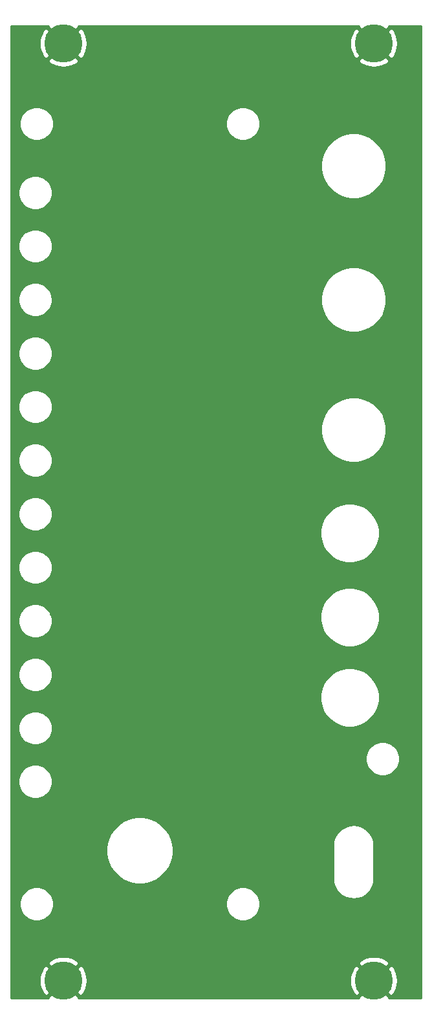
<source format=gbr>
G04 #@! TF.GenerationSoftware,KiCad,Pcbnew,(5.1.2)-1*
G04 #@! TF.CreationDate,2019-06-24T10:33:00-07:00*
G04 #@! TF.ProjectId,panel,70616e65-6c2e-46b6-9963-61645f706362,rev?*
G04 #@! TF.SameCoordinates,Original*
G04 #@! TF.FileFunction,Copper,L1,Top*
G04 #@! TF.FilePolarity,Positive*
%FSLAX46Y46*%
G04 Gerber Fmt 4.6, Leading zero omitted, Abs format (unit mm)*
G04 Created by KiCad (PCBNEW (5.1.2)-1) date 2019-06-24 10:33:00*
%MOMM*%
%LPD*%
G04 APERTURE LIST*
%ADD10C,5.000000*%
%ADD11C,0.254000*%
G04 APERTURE END LIST*
D10*
X108140000Y-63000000D03*
X108140000Y-185500000D03*
X67500000Y-185500000D03*
X67500000Y-63000000D03*
D11*
G36*
X65476457Y-60796852D02*
G01*
X67500000Y-62820395D01*
X69523543Y-60796852D01*
X69449638Y-60685000D01*
X106190362Y-60685000D01*
X106116457Y-60796852D01*
X108140000Y-62820395D01*
X110163543Y-60796852D01*
X110089638Y-60685000D01*
X114315001Y-60685000D01*
X114315000Y-187815000D01*
X110089638Y-187815000D01*
X110163543Y-187703148D01*
X108140000Y-185679605D01*
X106116457Y-187703148D01*
X106190362Y-187815000D01*
X69449638Y-187815000D01*
X69523543Y-187703148D01*
X67500000Y-185679605D01*
X65476457Y-187703148D01*
X65550362Y-187815000D01*
X60685000Y-187815000D01*
X60685000Y-185503328D01*
X64349832Y-185503328D01*
X64411010Y-186117831D01*
X64590897Y-186708592D01*
X64878882Y-187247373D01*
X65296852Y-187523543D01*
X67320395Y-185500000D01*
X67679605Y-185500000D01*
X69703148Y-187523543D01*
X70121118Y-187247373D01*
X70411649Y-186702443D01*
X70590287Y-186111304D01*
X70649519Y-185503328D01*
X104989832Y-185503328D01*
X105051010Y-186117831D01*
X105230897Y-186708592D01*
X105518882Y-187247373D01*
X105936852Y-187523543D01*
X107960395Y-185500000D01*
X108319605Y-185500000D01*
X110343148Y-187523543D01*
X110761118Y-187247373D01*
X111051649Y-186702443D01*
X111230287Y-186111304D01*
X111290168Y-185496672D01*
X111228990Y-184882169D01*
X111049103Y-184291408D01*
X110761118Y-183752627D01*
X110343148Y-183476457D01*
X108319605Y-185500000D01*
X107960395Y-185500000D01*
X105936852Y-183476457D01*
X105518882Y-183752627D01*
X105228351Y-184297557D01*
X105049713Y-184888696D01*
X104989832Y-185503328D01*
X70649519Y-185503328D01*
X70650168Y-185496672D01*
X70588990Y-184882169D01*
X70409103Y-184291408D01*
X70121118Y-183752627D01*
X69703148Y-183476457D01*
X67679605Y-185500000D01*
X67320395Y-185500000D01*
X65296852Y-183476457D01*
X64878882Y-183752627D01*
X64588351Y-184297557D01*
X64409713Y-184888696D01*
X64349832Y-185503328D01*
X60685000Y-185503328D01*
X60685000Y-183296852D01*
X65476457Y-183296852D01*
X67500000Y-185320395D01*
X69523543Y-183296852D01*
X106116457Y-183296852D01*
X108140000Y-185320395D01*
X110163543Y-183296852D01*
X109887373Y-182878882D01*
X109342443Y-182588351D01*
X108751304Y-182409713D01*
X108136672Y-182349832D01*
X107522169Y-182411010D01*
X106931408Y-182590897D01*
X106392627Y-182878882D01*
X106116457Y-183296852D01*
X69523543Y-183296852D01*
X69247373Y-182878882D01*
X68702443Y-182588351D01*
X68111304Y-182409713D01*
X67496672Y-182349832D01*
X66882169Y-182411010D01*
X66291408Y-182590897D01*
X65752627Y-182878882D01*
X65476457Y-183296852D01*
X60685000Y-183296852D01*
X60685000Y-175279872D01*
X61765000Y-175279872D01*
X61765000Y-175720128D01*
X61850890Y-176151925D01*
X62019369Y-176558669D01*
X62263962Y-176924729D01*
X62575271Y-177236038D01*
X62941331Y-177480631D01*
X63348075Y-177649110D01*
X63779872Y-177735000D01*
X64220128Y-177735000D01*
X64651925Y-177649110D01*
X65058669Y-177480631D01*
X65424729Y-177236038D01*
X65736038Y-176924729D01*
X65980631Y-176558669D01*
X66149110Y-176151925D01*
X66235000Y-175720128D01*
X66235000Y-175279872D01*
X88765000Y-175279872D01*
X88765000Y-175720128D01*
X88850890Y-176151925D01*
X89019369Y-176558669D01*
X89263962Y-176924729D01*
X89575271Y-177236038D01*
X89941331Y-177480631D01*
X90348075Y-177649110D01*
X90779872Y-177735000D01*
X91220128Y-177735000D01*
X91651925Y-177649110D01*
X92058669Y-177480631D01*
X92424729Y-177236038D01*
X92736038Y-176924729D01*
X92980631Y-176558669D01*
X93149110Y-176151925D01*
X93235000Y-175720128D01*
X93235000Y-175279872D01*
X93149110Y-174848075D01*
X92980631Y-174441331D01*
X92736038Y-174075271D01*
X92424729Y-173763962D01*
X92058669Y-173519369D01*
X91651925Y-173350890D01*
X91220128Y-173265000D01*
X90779872Y-173265000D01*
X90348075Y-173350890D01*
X89941331Y-173519369D01*
X89575271Y-173763962D01*
X89263962Y-174075271D01*
X89019369Y-174441331D01*
X88850890Y-174848075D01*
X88765000Y-175279872D01*
X66235000Y-175279872D01*
X66149110Y-174848075D01*
X65980631Y-174441331D01*
X65736038Y-174075271D01*
X65424729Y-173763962D01*
X65058669Y-173519369D01*
X64651925Y-173350890D01*
X64220128Y-173265000D01*
X63779872Y-173265000D01*
X63348075Y-173350890D01*
X62941331Y-173519369D01*
X62575271Y-173763962D01*
X62263962Y-174075271D01*
X62019369Y-174441331D01*
X61850890Y-174848075D01*
X61765000Y-175279872D01*
X60685000Y-175279872D01*
X60685000Y-168068115D01*
X73115000Y-168068115D01*
X73115000Y-168931885D01*
X73283513Y-169779057D01*
X73614064Y-170577076D01*
X74093948Y-171295274D01*
X74704726Y-171906052D01*
X75422924Y-172385936D01*
X76220943Y-172716487D01*
X77068115Y-172885000D01*
X77931885Y-172885000D01*
X78779057Y-172716487D01*
X79577076Y-172385936D01*
X80295274Y-171906052D01*
X80906052Y-171295274D01*
X81385936Y-170577076D01*
X81716487Y-169779057D01*
X81885000Y-168931885D01*
X81885000Y-168068115D01*
X81815378Y-167718101D01*
X102815000Y-167718101D01*
X102815001Y-172281900D01*
X102853851Y-172676352D01*
X103007382Y-173182476D01*
X103256703Y-173648923D01*
X103592233Y-174057768D01*
X104001078Y-174393298D01*
X104467525Y-174642619D01*
X104973649Y-174796150D01*
X105500000Y-174847991D01*
X106026352Y-174796150D01*
X106532476Y-174642619D01*
X106998923Y-174393298D01*
X107407768Y-174057768D01*
X107743298Y-173648923D01*
X107992619Y-173182476D01*
X108146150Y-172676352D01*
X108185000Y-172281900D01*
X108185000Y-167718100D01*
X108146150Y-167323648D01*
X107992619Y-166817524D01*
X107743298Y-166351077D01*
X107407767Y-165942232D01*
X106998922Y-165606702D01*
X106532475Y-165357381D01*
X106026351Y-165203850D01*
X105500000Y-165152009D01*
X104973648Y-165203850D01*
X104467524Y-165357381D01*
X104001077Y-165606702D01*
X103592232Y-165942233D01*
X103256702Y-166351078D01*
X103007381Y-166817525D01*
X102853850Y-167323649D01*
X102815000Y-167718101D01*
X81815378Y-167718101D01*
X81716487Y-167220943D01*
X81385936Y-166422924D01*
X80906052Y-165704726D01*
X80295274Y-165093948D01*
X79577076Y-164614064D01*
X78779057Y-164283513D01*
X77931885Y-164115000D01*
X77068115Y-164115000D01*
X76220943Y-164283513D01*
X75422924Y-164614064D01*
X74704726Y-165093948D01*
X74093948Y-165704726D01*
X73614064Y-166422924D01*
X73283513Y-167220943D01*
X73115000Y-168068115D01*
X60685000Y-168068115D01*
X60685000Y-159279872D01*
X61565000Y-159279872D01*
X61565000Y-159720128D01*
X61650890Y-160151925D01*
X61819369Y-160558669D01*
X62063962Y-160924729D01*
X62375271Y-161236038D01*
X62741331Y-161480631D01*
X63148075Y-161649110D01*
X63579872Y-161735000D01*
X64020128Y-161735000D01*
X64451925Y-161649110D01*
X64858669Y-161480631D01*
X65224729Y-161236038D01*
X65536038Y-160924729D01*
X65780631Y-160558669D01*
X65949110Y-160151925D01*
X66035000Y-159720128D01*
X66035000Y-159279872D01*
X65949110Y-158848075D01*
X65780631Y-158441331D01*
X65536038Y-158075271D01*
X65224729Y-157763962D01*
X64858669Y-157519369D01*
X64451925Y-157350890D01*
X64020128Y-157265000D01*
X63579872Y-157265000D01*
X63148075Y-157350890D01*
X62741331Y-157519369D01*
X62375271Y-157763962D01*
X62063962Y-158075271D01*
X61819369Y-158441331D01*
X61650890Y-158848075D01*
X61565000Y-159279872D01*
X60685000Y-159279872D01*
X60685000Y-156279872D01*
X107065000Y-156279872D01*
X107065000Y-156720128D01*
X107150890Y-157151925D01*
X107319369Y-157558669D01*
X107563962Y-157924729D01*
X107875271Y-158236038D01*
X108241331Y-158480631D01*
X108648075Y-158649110D01*
X109079872Y-158735000D01*
X109520128Y-158735000D01*
X109951925Y-158649110D01*
X110358669Y-158480631D01*
X110724729Y-158236038D01*
X111036038Y-157924729D01*
X111280631Y-157558669D01*
X111449110Y-157151925D01*
X111535000Y-156720128D01*
X111535000Y-156279872D01*
X111449110Y-155848075D01*
X111280631Y-155441331D01*
X111036038Y-155075271D01*
X110724729Y-154763962D01*
X110358669Y-154519369D01*
X109951925Y-154350890D01*
X109520128Y-154265000D01*
X109079872Y-154265000D01*
X108648075Y-154350890D01*
X108241331Y-154519369D01*
X107875271Y-154763962D01*
X107563962Y-155075271D01*
X107319369Y-155441331D01*
X107150890Y-155848075D01*
X107065000Y-156279872D01*
X60685000Y-156279872D01*
X60685000Y-152279872D01*
X61565000Y-152279872D01*
X61565000Y-152720128D01*
X61650890Y-153151925D01*
X61819369Y-153558669D01*
X62063962Y-153924729D01*
X62375271Y-154236038D01*
X62741331Y-154480631D01*
X63148075Y-154649110D01*
X63579872Y-154735000D01*
X64020128Y-154735000D01*
X64451925Y-154649110D01*
X64858669Y-154480631D01*
X65224729Y-154236038D01*
X65536038Y-153924729D01*
X65780631Y-153558669D01*
X65949110Y-153151925D01*
X66035000Y-152720128D01*
X66035000Y-152279872D01*
X65949110Y-151848075D01*
X65780631Y-151441331D01*
X65536038Y-151075271D01*
X65224729Y-150763962D01*
X64858669Y-150519369D01*
X64451925Y-150350890D01*
X64020128Y-150265000D01*
X63579872Y-150265000D01*
X63148075Y-150350890D01*
X62741331Y-150519369D01*
X62375271Y-150763962D01*
X62063962Y-151075271D01*
X61819369Y-151441331D01*
X61650890Y-151848075D01*
X61565000Y-152279872D01*
X60685000Y-152279872D01*
X60685000Y-148117361D01*
X101115000Y-148117361D01*
X101115000Y-148882639D01*
X101264298Y-149633213D01*
X101557158Y-150340238D01*
X101982323Y-150976543D01*
X102523457Y-151517677D01*
X103159762Y-151942842D01*
X103866787Y-152235702D01*
X104617361Y-152385000D01*
X105382639Y-152385000D01*
X106133213Y-152235702D01*
X106840238Y-151942842D01*
X107476543Y-151517677D01*
X108017677Y-150976543D01*
X108442842Y-150340238D01*
X108735702Y-149633213D01*
X108885000Y-148882639D01*
X108885000Y-148117361D01*
X108735702Y-147366787D01*
X108442842Y-146659762D01*
X108017677Y-146023457D01*
X107476543Y-145482323D01*
X106840238Y-145057158D01*
X106133213Y-144764298D01*
X105382639Y-144615000D01*
X104617361Y-144615000D01*
X103866787Y-144764298D01*
X103159762Y-145057158D01*
X102523457Y-145482323D01*
X101982323Y-146023457D01*
X101557158Y-146659762D01*
X101264298Y-147366787D01*
X101115000Y-148117361D01*
X60685000Y-148117361D01*
X60685000Y-145279872D01*
X61565000Y-145279872D01*
X61565000Y-145720128D01*
X61650890Y-146151925D01*
X61819369Y-146558669D01*
X62063962Y-146924729D01*
X62375271Y-147236038D01*
X62741331Y-147480631D01*
X63148075Y-147649110D01*
X63579872Y-147735000D01*
X64020128Y-147735000D01*
X64451925Y-147649110D01*
X64858669Y-147480631D01*
X65224729Y-147236038D01*
X65536038Y-146924729D01*
X65780631Y-146558669D01*
X65949110Y-146151925D01*
X66035000Y-145720128D01*
X66035000Y-145279872D01*
X65949110Y-144848075D01*
X65780631Y-144441331D01*
X65536038Y-144075271D01*
X65224729Y-143763962D01*
X64858669Y-143519369D01*
X64451925Y-143350890D01*
X64020128Y-143265000D01*
X63579872Y-143265000D01*
X63148075Y-143350890D01*
X62741331Y-143519369D01*
X62375271Y-143763962D01*
X62063962Y-144075271D01*
X61819369Y-144441331D01*
X61650890Y-144848075D01*
X61565000Y-145279872D01*
X60685000Y-145279872D01*
X60685000Y-138279872D01*
X61565000Y-138279872D01*
X61565000Y-138720128D01*
X61650890Y-139151925D01*
X61819369Y-139558669D01*
X62063962Y-139924729D01*
X62375271Y-140236038D01*
X62741331Y-140480631D01*
X63148075Y-140649110D01*
X63579872Y-140735000D01*
X64020128Y-140735000D01*
X64451925Y-140649110D01*
X64858669Y-140480631D01*
X65224729Y-140236038D01*
X65536038Y-139924729D01*
X65780631Y-139558669D01*
X65949110Y-139151925D01*
X66035000Y-138720128D01*
X66035000Y-138279872D01*
X65949110Y-137848075D01*
X65853546Y-137617361D01*
X101115000Y-137617361D01*
X101115000Y-138382639D01*
X101264298Y-139133213D01*
X101557158Y-139840238D01*
X101982323Y-140476543D01*
X102523457Y-141017677D01*
X103159762Y-141442842D01*
X103866787Y-141735702D01*
X104617361Y-141885000D01*
X105382639Y-141885000D01*
X106133213Y-141735702D01*
X106840238Y-141442842D01*
X107476543Y-141017677D01*
X108017677Y-140476543D01*
X108442842Y-139840238D01*
X108735702Y-139133213D01*
X108885000Y-138382639D01*
X108885000Y-137617361D01*
X108735702Y-136866787D01*
X108442842Y-136159762D01*
X108017677Y-135523457D01*
X107476543Y-134982323D01*
X106840238Y-134557158D01*
X106133213Y-134264298D01*
X105382639Y-134115000D01*
X104617361Y-134115000D01*
X103866787Y-134264298D01*
X103159762Y-134557158D01*
X102523457Y-134982323D01*
X101982323Y-135523457D01*
X101557158Y-136159762D01*
X101264298Y-136866787D01*
X101115000Y-137617361D01*
X65853546Y-137617361D01*
X65780631Y-137441331D01*
X65536038Y-137075271D01*
X65224729Y-136763962D01*
X64858669Y-136519369D01*
X64451925Y-136350890D01*
X64020128Y-136265000D01*
X63579872Y-136265000D01*
X63148075Y-136350890D01*
X62741331Y-136519369D01*
X62375271Y-136763962D01*
X62063962Y-137075271D01*
X61819369Y-137441331D01*
X61650890Y-137848075D01*
X61565000Y-138279872D01*
X60685000Y-138279872D01*
X60685000Y-131279872D01*
X61565000Y-131279872D01*
X61565000Y-131720128D01*
X61650890Y-132151925D01*
X61819369Y-132558669D01*
X62063962Y-132924729D01*
X62375271Y-133236038D01*
X62741331Y-133480631D01*
X63148075Y-133649110D01*
X63579872Y-133735000D01*
X64020128Y-133735000D01*
X64451925Y-133649110D01*
X64858669Y-133480631D01*
X65224729Y-133236038D01*
X65536038Y-132924729D01*
X65780631Y-132558669D01*
X65949110Y-132151925D01*
X66035000Y-131720128D01*
X66035000Y-131279872D01*
X65949110Y-130848075D01*
X65780631Y-130441331D01*
X65536038Y-130075271D01*
X65224729Y-129763962D01*
X64858669Y-129519369D01*
X64451925Y-129350890D01*
X64020128Y-129265000D01*
X63579872Y-129265000D01*
X63148075Y-129350890D01*
X62741331Y-129519369D01*
X62375271Y-129763962D01*
X62063962Y-130075271D01*
X61819369Y-130441331D01*
X61650890Y-130848075D01*
X61565000Y-131279872D01*
X60685000Y-131279872D01*
X60685000Y-124279872D01*
X61565000Y-124279872D01*
X61565000Y-124720128D01*
X61650890Y-125151925D01*
X61819369Y-125558669D01*
X62063962Y-125924729D01*
X62375271Y-126236038D01*
X62741331Y-126480631D01*
X63148075Y-126649110D01*
X63579872Y-126735000D01*
X64020128Y-126735000D01*
X64451925Y-126649110D01*
X64528573Y-126617361D01*
X101115000Y-126617361D01*
X101115000Y-127382639D01*
X101264298Y-128133213D01*
X101557158Y-128840238D01*
X101982323Y-129476543D01*
X102523457Y-130017677D01*
X103159762Y-130442842D01*
X103866787Y-130735702D01*
X104617361Y-130885000D01*
X105382639Y-130885000D01*
X106133213Y-130735702D01*
X106840238Y-130442842D01*
X107476543Y-130017677D01*
X108017677Y-129476543D01*
X108442842Y-128840238D01*
X108735702Y-128133213D01*
X108885000Y-127382639D01*
X108885000Y-126617361D01*
X108735702Y-125866787D01*
X108442842Y-125159762D01*
X108017677Y-124523457D01*
X107476543Y-123982323D01*
X106840238Y-123557158D01*
X106133213Y-123264298D01*
X105382639Y-123115000D01*
X104617361Y-123115000D01*
X103866787Y-123264298D01*
X103159762Y-123557158D01*
X102523457Y-123982323D01*
X101982323Y-124523457D01*
X101557158Y-125159762D01*
X101264298Y-125866787D01*
X101115000Y-126617361D01*
X64528573Y-126617361D01*
X64858669Y-126480631D01*
X65224729Y-126236038D01*
X65536038Y-125924729D01*
X65780631Y-125558669D01*
X65949110Y-125151925D01*
X66035000Y-124720128D01*
X66035000Y-124279872D01*
X65949110Y-123848075D01*
X65780631Y-123441331D01*
X65536038Y-123075271D01*
X65224729Y-122763962D01*
X64858669Y-122519369D01*
X64451925Y-122350890D01*
X64020128Y-122265000D01*
X63579872Y-122265000D01*
X63148075Y-122350890D01*
X62741331Y-122519369D01*
X62375271Y-122763962D01*
X62063962Y-123075271D01*
X61819369Y-123441331D01*
X61650890Y-123848075D01*
X61565000Y-124279872D01*
X60685000Y-124279872D01*
X60685000Y-117279872D01*
X61565000Y-117279872D01*
X61565000Y-117720128D01*
X61650890Y-118151925D01*
X61819369Y-118558669D01*
X62063962Y-118924729D01*
X62375271Y-119236038D01*
X62741331Y-119480631D01*
X63148075Y-119649110D01*
X63579872Y-119735000D01*
X64020128Y-119735000D01*
X64451925Y-119649110D01*
X64858669Y-119480631D01*
X65224729Y-119236038D01*
X65536038Y-118924729D01*
X65780631Y-118558669D01*
X65949110Y-118151925D01*
X66035000Y-117720128D01*
X66035000Y-117279872D01*
X65949110Y-116848075D01*
X65780631Y-116441331D01*
X65536038Y-116075271D01*
X65224729Y-115763962D01*
X64858669Y-115519369D01*
X64451925Y-115350890D01*
X64020128Y-115265000D01*
X63579872Y-115265000D01*
X63148075Y-115350890D01*
X62741331Y-115519369D01*
X62375271Y-115763962D01*
X62063962Y-116075271D01*
X61819369Y-116441331D01*
X61650890Y-116848075D01*
X61565000Y-117279872D01*
X60685000Y-117279872D01*
X60685000Y-113077964D01*
X101215000Y-113077964D01*
X101215000Y-113922036D01*
X101379670Y-114749888D01*
X101702683Y-115529708D01*
X102171623Y-116231528D01*
X102768472Y-116828377D01*
X103470292Y-117297317D01*
X104250112Y-117620330D01*
X105077964Y-117785000D01*
X105922036Y-117785000D01*
X106749888Y-117620330D01*
X107529708Y-117297317D01*
X108231528Y-116828377D01*
X108828377Y-116231528D01*
X109297317Y-115529708D01*
X109620330Y-114749888D01*
X109785000Y-113922036D01*
X109785000Y-113077964D01*
X109620330Y-112250112D01*
X109297317Y-111470292D01*
X108828377Y-110768472D01*
X108231528Y-110171623D01*
X107529708Y-109702683D01*
X106749888Y-109379670D01*
X105922036Y-109215000D01*
X105077964Y-109215000D01*
X104250112Y-109379670D01*
X103470292Y-109702683D01*
X102768472Y-110171623D01*
X102171623Y-110768472D01*
X101702683Y-111470292D01*
X101379670Y-112250112D01*
X101215000Y-113077964D01*
X60685000Y-113077964D01*
X60685000Y-110279872D01*
X61565000Y-110279872D01*
X61565000Y-110720128D01*
X61650890Y-111151925D01*
X61819369Y-111558669D01*
X62063962Y-111924729D01*
X62375271Y-112236038D01*
X62741331Y-112480631D01*
X63148075Y-112649110D01*
X63579872Y-112735000D01*
X64020128Y-112735000D01*
X64451925Y-112649110D01*
X64858669Y-112480631D01*
X65224729Y-112236038D01*
X65536038Y-111924729D01*
X65780631Y-111558669D01*
X65949110Y-111151925D01*
X66035000Y-110720128D01*
X66035000Y-110279872D01*
X65949110Y-109848075D01*
X65780631Y-109441331D01*
X65536038Y-109075271D01*
X65224729Y-108763962D01*
X64858669Y-108519369D01*
X64451925Y-108350890D01*
X64020128Y-108265000D01*
X63579872Y-108265000D01*
X63148075Y-108350890D01*
X62741331Y-108519369D01*
X62375271Y-108763962D01*
X62063962Y-109075271D01*
X61819369Y-109441331D01*
X61650890Y-109848075D01*
X61565000Y-110279872D01*
X60685000Y-110279872D01*
X60685000Y-103279872D01*
X61565000Y-103279872D01*
X61565000Y-103720128D01*
X61650890Y-104151925D01*
X61819369Y-104558669D01*
X62063962Y-104924729D01*
X62375271Y-105236038D01*
X62741331Y-105480631D01*
X63148075Y-105649110D01*
X63579872Y-105735000D01*
X64020128Y-105735000D01*
X64451925Y-105649110D01*
X64858669Y-105480631D01*
X65224729Y-105236038D01*
X65536038Y-104924729D01*
X65780631Y-104558669D01*
X65949110Y-104151925D01*
X66035000Y-103720128D01*
X66035000Y-103279872D01*
X65949110Y-102848075D01*
X65780631Y-102441331D01*
X65536038Y-102075271D01*
X65224729Y-101763962D01*
X64858669Y-101519369D01*
X64451925Y-101350890D01*
X64020128Y-101265000D01*
X63579872Y-101265000D01*
X63148075Y-101350890D01*
X62741331Y-101519369D01*
X62375271Y-101763962D01*
X62063962Y-102075271D01*
X61819369Y-102441331D01*
X61650890Y-102848075D01*
X61565000Y-103279872D01*
X60685000Y-103279872D01*
X60685000Y-96279872D01*
X61565000Y-96279872D01*
X61565000Y-96720128D01*
X61650890Y-97151925D01*
X61819369Y-97558669D01*
X62063962Y-97924729D01*
X62375271Y-98236038D01*
X62741331Y-98480631D01*
X63148075Y-98649110D01*
X63579872Y-98735000D01*
X64020128Y-98735000D01*
X64451925Y-98649110D01*
X64858669Y-98480631D01*
X65224729Y-98236038D01*
X65536038Y-97924729D01*
X65780631Y-97558669D01*
X65949110Y-97151925D01*
X66035000Y-96720128D01*
X66035000Y-96279872D01*
X65994838Y-96077964D01*
X101215000Y-96077964D01*
X101215000Y-96922036D01*
X101379670Y-97749888D01*
X101702683Y-98529708D01*
X102171623Y-99231528D01*
X102768472Y-99828377D01*
X103470292Y-100297317D01*
X104250112Y-100620330D01*
X105077964Y-100785000D01*
X105922036Y-100785000D01*
X106749888Y-100620330D01*
X107529708Y-100297317D01*
X108231528Y-99828377D01*
X108828377Y-99231528D01*
X109297317Y-98529708D01*
X109620330Y-97749888D01*
X109785000Y-96922036D01*
X109785000Y-96077964D01*
X109620330Y-95250112D01*
X109297317Y-94470292D01*
X108828377Y-93768472D01*
X108231528Y-93171623D01*
X107529708Y-92702683D01*
X106749888Y-92379670D01*
X105922036Y-92215000D01*
X105077964Y-92215000D01*
X104250112Y-92379670D01*
X103470292Y-92702683D01*
X102768472Y-93171623D01*
X102171623Y-93768472D01*
X101702683Y-94470292D01*
X101379670Y-95250112D01*
X101215000Y-96077964D01*
X65994838Y-96077964D01*
X65949110Y-95848075D01*
X65780631Y-95441331D01*
X65536038Y-95075271D01*
X65224729Y-94763962D01*
X64858669Y-94519369D01*
X64451925Y-94350890D01*
X64020128Y-94265000D01*
X63579872Y-94265000D01*
X63148075Y-94350890D01*
X62741331Y-94519369D01*
X62375271Y-94763962D01*
X62063962Y-95075271D01*
X61819369Y-95441331D01*
X61650890Y-95848075D01*
X61565000Y-96279872D01*
X60685000Y-96279872D01*
X60685000Y-89279872D01*
X61565000Y-89279872D01*
X61565000Y-89720128D01*
X61650890Y-90151925D01*
X61819369Y-90558669D01*
X62063962Y-90924729D01*
X62375271Y-91236038D01*
X62741331Y-91480631D01*
X63148075Y-91649110D01*
X63579872Y-91735000D01*
X64020128Y-91735000D01*
X64451925Y-91649110D01*
X64858669Y-91480631D01*
X65224729Y-91236038D01*
X65536038Y-90924729D01*
X65780631Y-90558669D01*
X65949110Y-90151925D01*
X66035000Y-89720128D01*
X66035000Y-89279872D01*
X65949110Y-88848075D01*
X65780631Y-88441331D01*
X65536038Y-88075271D01*
X65224729Y-87763962D01*
X64858669Y-87519369D01*
X64451925Y-87350890D01*
X64020128Y-87265000D01*
X63579872Y-87265000D01*
X63148075Y-87350890D01*
X62741331Y-87519369D01*
X62375271Y-87763962D01*
X62063962Y-88075271D01*
X61819369Y-88441331D01*
X61650890Y-88848075D01*
X61565000Y-89279872D01*
X60685000Y-89279872D01*
X60685000Y-82279872D01*
X61565000Y-82279872D01*
X61565000Y-82720128D01*
X61650890Y-83151925D01*
X61819369Y-83558669D01*
X62063962Y-83924729D01*
X62375271Y-84236038D01*
X62741331Y-84480631D01*
X63148075Y-84649110D01*
X63579872Y-84735000D01*
X64020128Y-84735000D01*
X64451925Y-84649110D01*
X64858669Y-84480631D01*
X65224729Y-84236038D01*
X65536038Y-83924729D01*
X65780631Y-83558669D01*
X65949110Y-83151925D01*
X66035000Y-82720128D01*
X66035000Y-82279872D01*
X65949110Y-81848075D01*
X65780631Y-81441331D01*
X65536038Y-81075271D01*
X65224729Y-80763962D01*
X64858669Y-80519369D01*
X64451925Y-80350890D01*
X64020128Y-80265000D01*
X63579872Y-80265000D01*
X63148075Y-80350890D01*
X62741331Y-80519369D01*
X62375271Y-80763962D01*
X62063962Y-81075271D01*
X61819369Y-81441331D01*
X61650890Y-81848075D01*
X61565000Y-82279872D01*
X60685000Y-82279872D01*
X60685000Y-78577964D01*
X101215000Y-78577964D01*
X101215000Y-79422036D01*
X101379670Y-80249888D01*
X101702683Y-81029708D01*
X102171623Y-81731528D01*
X102768472Y-82328377D01*
X103470292Y-82797317D01*
X104250112Y-83120330D01*
X105077964Y-83285000D01*
X105922036Y-83285000D01*
X106749888Y-83120330D01*
X107529708Y-82797317D01*
X108231528Y-82328377D01*
X108828377Y-81731528D01*
X109297317Y-81029708D01*
X109620330Y-80249888D01*
X109785000Y-79422036D01*
X109785000Y-78577964D01*
X109620330Y-77750112D01*
X109297317Y-76970292D01*
X108828377Y-76268472D01*
X108231528Y-75671623D01*
X107529708Y-75202683D01*
X106749888Y-74879670D01*
X105922036Y-74715000D01*
X105077964Y-74715000D01*
X104250112Y-74879670D01*
X103470292Y-75202683D01*
X102768472Y-75671623D01*
X102171623Y-76268472D01*
X101702683Y-76970292D01*
X101379670Y-77750112D01*
X101215000Y-78577964D01*
X60685000Y-78577964D01*
X60685000Y-73279872D01*
X61765000Y-73279872D01*
X61765000Y-73720128D01*
X61850890Y-74151925D01*
X62019369Y-74558669D01*
X62263962Y-74924729D01*
X62575271Y-75236038D01*
X62941331Y-75480631D01*
X63348075Y-75649110D01*
X63779872Y-75735000D01*
X64220128Y-75735000D01*
X64651925Y-75649110D01*
X65058669Y-75480631D01*
X65424729Y-75236038D01*
X65736038Y-74924729D01*
X65980631Y-74558669D01*
X66149110Y-74151925D01*
X66235000Y-73720128D01*
X66235000Y-73279872D01*
X88765000Y-73279872D01*
X88765000Y-73720128D01*
X88850890Y-74151925D01*
X89019369Y-74558669D01*
X89263962Y-74924729D01*
X89575271Y-75236038D01*
X89941331Y-75480631D01*
X90348075Y-75649110D01*
X90779872Y-75735000D01*
X91220128Y-75735000D01*
X91651925Y-75649110D01*
X92058669Y-75480631D01*
X92424729Y-75236038D01*
X92736038Y-74924729D01*
X92980631Y-74558669D01*
X93149110Y-74151925D01*
X93235000Y-73720128D01*
X93235000Y-73279872D01*
X93149110Y-72848075D01*
X92980631Y-72441331D01*
X92736038Y-72075271D01*
X92424729Y-71763962D01*
X92058669Y-71519369D01*
X91651925Y-71350890D01*
X91220128Y-71265000D01*
X90779872Y-71265000D01*
X90348075Y-71350890D01*
X89941331Y-71519369D01*
X89575271Y-71763962D01*
X89263962Y-72075271D01*
X89019369Y-72441331D01*
X88850890Y-72848075D01*
X88765000Y-73279872D01*
X66235000Y-73279872D01*
X66149110Y-72848075D01*
X65980631Y-72441331D01*
X65736038Y-72075271D01*
X65424729Y-71763962D01*
X65058669Y-71519369D01*
X64651925Y-71350890D01*
X64220128Y-71265000D01*
X63779872Y-71265000D01*
X63348075Y-71350890D01*
X62941331Y-71519369D01*
X62575271Y-71763962D01*
X62263962Y-72075271D01*
X62019369Y-72441331D01*
X61850890Y-72848075D01*
X61765000Y-73279872D01*
X60685000Y-73279872D01*
X60685000Y-65203148D01*
X65476457Y-65203148D01*
X65752627Y-65621118D01*
X66297557Y-65911649D01*
X66888696Y-66090287D01*
X67503328Y-66150168D01*
X68117831Y-66088990D01*
X68708592Y-65909103D01*
X69247373Y-65621118D01*
X69523543Y-65203148D01*
X106116457Y-65203148D01*
X106392627Y-65621118D01*
X106937557Y-65911649D01*
X107528696Y-66090287D01*
X108143328Y-66150168D01*
X108757831Y-66088990D01*
X109348592Y-65909103D01*
X109887373Y-65621118D01*
X110163543Y-65203148D01*
X108140000Y-63179605D01*
X106116457Y-65203148D01*
X69523543Y-65203148D01*
X67500000Y-63179605D01*
X65476457Y-65203148D01*
X60685000Y-65203148D01*
X60685000Y-63003328D01*
X64349832Y-63003328D01*
X64411010Y-63617831D01*
X64590897Y-64208592D01*
X64878882Y-64747373D01*
X65296852Y-65023543D01*
X67320395Y-63000000D01*
X67679605Y-63000000D01*
X69703148Y-65023543D01*
X70121118Y-64747373D01*
X70411649Y-64202443D01*
X70590287Y-63611304D01*
X70649519Y-63003328D01*
X104989832Y-63003328D01*
X105051010Y-63617831D01*
X105230897Y-64208592D01*
X105518882Y-64747373D01*
X105936852Y-65023543D01*
X107960395Y-63000000D01*
X108319605Y-63000000D01*
X110343148Y-65023543D01*
X110761118Y-64747373D01*
X111051649Y-64202443D01*
X111230287Y-63611304D01*
X111290168Y-62996672D01*
X111228990Y-62382169D01*
X111049103Y-61791408D01*
X110761118Y-61252627D01*
X110343148Y-60976457D01*
X108319605Y-63000000D01*
X107960395Y-63000000D01*
X105936852Y-60976457D01*
X105518882Y-61252627D01*
X105228351Y-61797557D01*
X105049713Y-62388696D01*
X104989832Y-63003328D01*
X70649519Y-63003328D01*
X70650168Y-62996672D01*
X70588990Y-62382169D01*
X70409103Y-61791408D01*
X70121118Y-61252627D01*
X69703148Y-60976457D01*
X67679605Y-63000000D01*
X67320395Y-63000000D01*
X65296852Y-60976457D01*
X64878882Y-61252627D01*
X64588351Y-61797557D01*
X64409713Y-62388696D01*
X64349832Y-63003328D01*
X60685000Y-63003328D01*
X60685000Y-60685000D01*
X65550362Y-60685000D01*
X65476457Y-60796852D01*
X65476457Y-60796852D01*
G37*
X65476457Y-60796852D02*
X67500000Y-62820395D01*
X69523543Y-60796852D01*
X69449638Y-60685000D01*
X106190362Y-60685000D01*
X106116457Y-60796852D01*
X108140000Y-62820395D01*
X110163543Y-60796852D01*
X110089638Y-60685000D01*
X114315001Y-60685000D01*
X114315000Y-187815000D01*
X110089638Y-187815000D01*
X110163543Y-187703148D01*
X108140000Y-185679605D01*
X106116457Y-187703148D01*
X106190362Y-187815000D01*
X69449638Y-187815000D01*
X69523543Y-187703148D01*
X67500000Y-185679605D01*
X65476457Y-187703148D01*
X65550362Y-187815000D01*
X60685000Y-187815000D01*
X60685000Y-185503328D01*
X64349832Y-185503328D01*
X64411010Y-186117831D01*
X64590897Y-186708592D01*
X64878882Y-187247373D01*
X65296852Y-187523543D01*
X67320395Y-185500000D01*
X67679605Y-185500000D01*
X69703148Y-187523543D01*
X70121118Y-187247373D01*
X70411649Y-186702443D01*
X70590287Y-186111304D01*
X70649519Y-185503328D01*
X104989832Y-185503328D01*
X105051010Y-186117831D01*
X105230897Y-186708592D01*
X105518882Y-187247373D01*
X105936852Y-187523543D01*
X107960395Y-185500000D01*
X108319605Y-185500000D01*
X110343148Y-187523543D01*
X110761118Y-187247373D01*
X111051649Y-186702443D01*
X111230287Y-186111304D01*
X111290168Y-185496672D01*
X111228990Y-184882169D01*
X111049103Y-184291408D01*
X110761118Y-183752627D01*
X110343148Y-183476457D01*
X108319605Y-185500000D01*
X107960395Y-185500000D01*
X105936852Y-183476457D01*
X105518882Y-183752627D01*
X105228351Y-184297557D01*
X105049713Y-184888696D01*
X104989832Y-185503328D01*
X70649519Y-185503328D01*
X70650168Y-185496672D01*
X70588990Y-184882169D01*
X70409103Y-184291408D01*
X70121118Y-183752627D01*
X69703148Y-183476457D01*
X67679605Y-185500000D01*
X67320395Y-185500000D01*
X65296852Y-183476457D01*
X64878882Y-183752627D01*
X64588351Y-184297557D01*
X64409713Y-184888696D01*
X64349832Y-185503328D01*
X60685000Y-185503328D01*
X60685000Y-183296852D01*
X65476457Y-183296852D01*
X67500000Y-185320395D01*
X69523543Y-183296852D01*
X106116457Y-183296852D01*
X108140000Y-185320395D01*
X110163543Y-183296852D01*
X109887373Y-182878882D01*
X109342443Y-182588351D01*
X108751304Y-182409713D01*
X108136672Y-182349832D01*
X107522169Y-182411010D01*
X106931408Y-182590897D01*
X106392627Y-182878882D01*
X106116457Y-183296852D01*
X69523543Y-183296852D01*
X69247373Y-182878882D01*
X68702443Y-182588351D01*
X68111304Y-182409713D01*
X67496672Y-182349832D01*
X66882169Y-182411010D01*
X66291408Y-182590897D01*
X65752627Y-182878882D01*
X65476457Y-183296852D01*
X60685000Y-183296852D01*
X60685000Y-175279872D01*
X61765000Y-175279872D01*
X61765000Y-175720128D01*
X61850890Y-176151925D01*
X62019369Y-176558669D01*
X62263962Y-176924729D01*
X62575271Y-177236038D01*
X62941331Y-177480631D01*
X63348075Y-177649110D01*
X63779872Y-177735000D01*
X64220128Y-177735000D01*
X64651925Y-177649110D01*
X65058669Y-177480631D01*
X65424729Y-177236038D01*
X65736038Y-176924729D01*
X65980631Y-176558669D01*
X66149110Y-176151925D01*
X66235000Y-175720128D01*
X66235000Y-175279872D01*
X88765000Y-175279872D01*
X88765000Y-175720128D01*
X88850890Y-176151925D01*
X89019369Y-176558669D01*
X89263962Y-176924729D01*
X89575271Y-177236038D01*
X89941331Y-177480631D01*
X90348075Y-177649110D01*
X90779872Y-177735000D01*
X91220128Y-177735000D01*
X91651925Y-177649110D01*
X92058669Y-177480631D01*
X92424729Y-177236038D01*
X92736038Y-176924729D01*
X92980631Y-176558669D01*
X93149110Y-176151925D01*
X93235000Y-175720128D01*
X93235000Y-175279872D01*
X93149110Y-174848075D01*
X92980631Y-174441331D01*
X92736038Y-174075271D01*
X92424729Y-173763962D01*
X92058669Y-173519369D01*
X91651925Y-173350890D01*
X91220128Y-173265000D01*
X90779872Y-173265000D01*
X90348075Y-173350890D01*
X89941331Y-173519369D01*
X89575271Y-173763962D01*
X89263962Y-174075271D01*
X89019369Y-174441331D01*
X88850890Y-174848075D01*
X88765000Y-175279872D01*
X66235000Y-175279872D01*
X66149110Y-174848075D01*
X65980631Y-174441331D01*
X65736038Y-174075271D01*
X65424729Y-173763962D01*
X65058669Y-173519369D01*
X64651925Y-173350890D01*
X64220128Y-173265000D01*
X63779872Y-173265000D01*
X63348075Y-173350890D01*
X62941331Y-173519369D01*
X62575271Y-173763962D01*
X62263962Y-174075271D01*
X62019369Y-174441331D01*
X61850890Y-174848075D01*
X61765000Y-175279872D01*
X60685000Y-175279872D01*
X60685000Y-168068115D01*
X73115000Y-168068115D01*
X73115000Y-168931885D01*
X73283513Y-169779057D01*
X73614064Y-170577076D01*
X74093948Y-171295274D01*
X74704726Y-171906052D01*
X75422924Y-172385936D01*
X76220943Y-172716487D01*
X77068115Y-172885000D01*
X77931885Y-172885000D01*
X78779057Y-172716487D01*
X79577076Y-172385936D01*
X80295274Y-171906052D01*
X80906052Y-171295274D01*
X81385936Y-170577076D01*
X81716487Y-169779057D01*
X81885000Y-168931885D01*
X81885000Y-168068115D01*
X81815378Y-167718101D01*
X102815000Y-167718101D01*
X102815001Y-172281900D01*
X102853851Y-172676352D01*
X103007382Y-173182476D01*
X103256703Y-173648923D01*
X103592233Y-174057768D01*
X104001078Y-174393298D01*
X104467525Y-174642619D01*
X104973649Y-174796150D01*
X105500000Y-174847991D01*
X106026352Y-174796150D01*
X106532476Y-174642619D01*
X106998923Y-174393298D01*
X107407768Y-174057768D01*
X107743298Y-173648923D01*
X107992619Y-173182476D01*
X108146150Y-172676352D01*
X108185000Y-172281900D01*
X108185000Y-167718100D01*
X108146150Y-167323648D01*
X107992619Y-166817524D01*
X107743298Y-166351077D01*
X107407767Y-165942232D01*
X106998922Y-165606702D01*
X106532475Y-165357381D01*
X106026351Y-165203850D01*
X105500000Y-165152009D01*
X104973648Y-165203850D01*
X104467524Y-165357381D01*
X104001077Y-165606702D01*
X103592232Y-165942233D01*
X103256702Y-166351078D01*
X103007381Y-166817525D01*
X102853850Y-167323649D01*
X102815000Y-167718101D01*
X81815378Y-167718101D01*
X81716487Y-167220943D01*
X81385936Y-166422924D01*
X80906052Y-165704726D01*
X80295274Y-165093948D01*
X79577076Y-164614064D01*
X78779057Y-164283513D01*
X77931885Y-164115000D01*
X77068115Y-164115000D01*
X76220943Y-164283513D01*
X75422924Y-164614064D01*
X74704726Y-165093948D01*
X74093948Y-165704726D01*
X73614064Y-166422924D01*
X73283513Y-167220943D01*
X73115000Y-168068115D01*
X60685000Y-168068115D01*
X60685000Y-159279872D01*
X61565000Y-159279872D01*
X61565000Y-159720128D01*
X61650890Y-160151925D01*
X61819369Y-160558669D01*
X62063962Y-160924729D01*
X62375271Y-161236038D01*
X62741331Y-161480631D01*
X63148075Y-161649110D01*
X63579872Y-161735000D01*
X64020128Y-161735000D01*
X64451925Y-161649110D01*
X64858669Y-161480631D01*
X65224729Y-161236038D01*
X65536038Y-160924729D01*
X65780631Y-160558669D01*
X65949110Y-160151925D01*
X66035000Y-159720128D01*
X66035000Y-159279872D01*
X65949110Y-158848075D01*
X65780631Y-158441331D01*
X65536038Y-158075271D01*
X65224729Y-157763962D01*
X64858669Y-157519369D01*
X64451925Y-157350890D01*
X64020128Y-157265000D01*
X63579872Y-157265000D01*
X63148075Y-157350890D01*
X62741331Y-157519369D01*
X62375271Y-157763962D01*
X62063962Y-158075271D01*
X61819369Y-158441331D01*
X61650890Y-158848075D01*
X61565000Y-159279872D01*
X60685000Y-159279872D01*
X60685000Y-156279872D01*
X107065000Y-156279872D01*
X107065000Y-156720128D01*
X107150890Y-157151925D01*
X107319369Y-157558669D01*
X107563962Y-157924729D01*
X107875271Y-158236038D01*
X108241331Y-158480631D01*
X108648075Y-158649110D01*
X109079872Y-158735000D01*
X109520128Y-158735000D01*
X109951925Y-158649110D01*
X110358669Y-158480631D01*
X110724729Y-158236038D01*
X111036038Y-157924729D01*
X111280631Y-157558669D01*
X111449110Y-157151925D01*
X111535000Y-156720128D01*
X111535000Y-156279872D01*
X111449110Y-155848075D01*
X111280631Y-155441331D01*
X111036038Y-155075271D01*
X110724729Y-154763962D01*
X110358669Y-154519369D01*
X109951925Y-154350890D01*
X109520128Y-154265000D01*
X109079872Y-154265000D01*
X108648075Y-154350890D01*
X108241331Y-154519369D01*
X107875271Y-154763962D01*
X107563962Y-155075271D01*
X107319369Y-155441331D01*
X107150890Y-155848075D01*
X107065000Y-156279872D01*
X60685000Y-156279872D01*
X60685000Y-152279872D01*
X61565000Y-152279872D01*
X61565000Y-152720128D01*
X61650890Y-153151925D01*
X61819369Y-153558669D01*
X62063962Y-153924729D01*
X62375271Y-154236038D01*
X62741331Y-154480631D01*
X63148075Y-154649110D01*
X63579872Y-154735000D01*
X64020128Y-154735000D01*
X64451925Y-154649110D01*
X64858669Y-154480631D01*
X65224729Y-154236038D01*
X65536038Y-153924729D01*
X65780631Y-153558669D01*
X65949110Y-153151925D01*
X66035000Y-152720128D01*
X66035000Y-152279872D01*
X65949110Y-151848075D01*
X65780631Y-151441331D01*
X65536038Y-151075271D01*
X65224729Y-150763962D01*
X64858669Y-150519369D01*
X64451925Y-150350890D01*
X64020128Y-150265000D01*
X63579872Y-150265000D01*
X63148075Y-150350890D01*
X62741331Y-150519369D01*
X62375271Y-150763962D01*
X62063962Y-151075271D01*
X61819369Y-151441331D01*
X61650890Y-151848075D01*
X61565000Y-152279872D01*
X60685000Y-152279872D01*
X60685000Y-148117361D01*
X101115000Y-148117361D01*
X101115000Y-148882639D01*
X101264298Y-149633213D01*
X101557158Y-150340238D01*
X101982323Y-150976543D01*
X102523457Y-151517677D01*
X103159762Y-151942842D01*
X103866787Y-152235702D01*
X104617361Y-152385000D01*
X105382639Y-152385000D01*
X106133213Y-152235702D01*
X106840238Y-151942842D01*
X107476543Y-151517677D01*
X108017677Y-150976543D01*
X108442842Y-150340238D01*
X108735702Y-149633213D01*
X108885000Y-148882639D01*
X108885000Y-148117361D01*
X108735702Y-147366787D01*
X108442842Y-146659762D01*
X108017677Y-146023457D01*
X107476543Y-145482323D01*
X106840238Y-145057158D01*
X106133213Y-144764298D01*
X105382639Y-144615000D01*
X104617361Y-144615000D01*
X103866787Y-144764298D01*
X103159762Y-145057158D01*
X102523457Y-145482323D01*
X101982323Y-146023457D01*
X101557158Y-146659762D01*
X101264298Y-147366787D01*
X101115000Y-148117361D01*
X60685000Y-148117361D01*
X60685000Y-145279872D01*
X61565000Y-145279872D01*
X61565000Y-145720128D01*
X61650890Y-146151925D01*
X61819369Y-146558669D01*
X62063962Y-146924729D01*
X62375271Y-147236038D01*
X62741331Y-147480631D01*
X63148075Y-147649110D01*
X63579872Y-147735000D01*
X64020128Y-147735000D01*
X64451925Y-147649110D01*
X64858669Y-147480631D01*
X65224729Y-147236038D01*
X65536038Y-146924729D01*
X65780631Y-146558669D01*
X65949110Y-146151925D01*
X66035000Y-145720128D01*
X66035000Y-145279872D01*
X65949110Y-144848075D01*
X65780631Y-144441331D01*
X65536038Y-144075271D01*
X65224729Y-143763962D01*
X64858669Y-143519369D01*
X64451925Y-143350890D01*
X64020128Y-143265000D01*
X63579872Y-143265000D01*
X63148075Y-143350890D01*
X62741331Y-143519369D01*
X62375271Y-143763962D01*
X62063962Y-144075271D01*
X61819369Y-144441331D01*
X61650890Y-144848075D01*
X61565000Y-145279872D01*
X60685000Y-145279872D01*
X60685000Y-138279872D01*
X61565000Y-138279872D01*
X61565000Y-138720128D01*
X61650890Y-139151925D01*
X61819369Y-139558669D01*
X62063962Y-139924729D01*
X62375271Y-140236038D01*
X62741331Y-140480631D01*
X63148075Y-140649110D01*
X63579872Y-140735000D01*
X64020128Y-140735000D01*
X64451925Y-140649110D01*
X64858669Y-140480631D01*
X65224729Y-140236038D01*
X65536038Y-139924729D01*
X65780631Y-139558669D01*
X65949110Y-139151925D01*
X66035000Y-138720128D01*
X66035000Y-138279872D01*
X65949110Y-137848075D01*
X65853546Y-137617361D01*
X101115000Y-137617361D01*
X101115000Y-138382639D01*
X101264298Y-139133213D01*
X101557158Y-139840238D01*
X101982323Y-140476543D01*
X102523457Y-141017677D01*
X103159762Y-141442842D01*
X103866787Y-141735702D01*
X104617361Y-141885000D01*
X105382639Y-141885000D01*
X106133213Y-141735702D01*
X106840238Y-141442842D01*
X107476543Y-141017677D01*
X108017677Y-140476543D01*
X108442842Y-139840238D01*
X108735702Y-139133213D01*
X108885000Y-138382639D01*
X108885000Y-137617361D01*
X108735702Y-136866787D01*
X108442842Y-136159762D01*
X108017677Y-135523457D01*
X107476543Y-134982323D01*
X106840238Y-134557158D01*
X106133213Y-134264298D01*
X105382639Y-134115000D01*
X104617361Y-134115000D01*
X103866787Y-134264298D01*
X103159762Y-134557158D01*
X102523457Y-134982323D01*
X101982323Y-135523457D01*
X101557158Y-136159762D01*
X101264298Y-136866787D01*
X101115000Y-137617361D01*
X65853546Y-137617361D01*
X65780631Y-137441331D01*
X65536038Y-137075271D01*
X65224729Y-136763962D01*
X64858669Y-136519369D01*
X64451925Y-136350890D01*
X64020128Y-136265000D01*
X63579872Y-136265000D01*
X63148075Y-136350890D01*
X62741331Y-136519369D01*
X62375271Y-136763962D01*
X62063962Y-137075271D01*
X61819369Y-137441331D01*
X61650890Y-137848075D01*
X61565000Y-138279872D01*
X60685000Y-138279872D01*
X60685000Y-131279872D01*
X61565000Y-131279872D01*
X61565000Y-131720128D01*
X61650890Y-132151925D01*
X61819369Y-132558669D01*
X62063962Y-132924729D01*
X62375271Y-133236038D01*
X62741331Y-133480631D01*
X63148075Y-133649110D01*
X63579872Y-133735000D01*
X64020128Y-133735000D01*
X64451925Y-133649110D01*
X64858669Y-133480631D01*
X65224729Y-133236038D01*
X65536038Y-132924729D01*
X65780631Y-132558669D01*
X65949110Y-132151925D01*
X66035000Y-131720128D01*
X66035000Y-131279872D01*
X65949110Y-130848075D01*
X65780631Y-130441331D01*
X65536038Y-130075271D01*
X65224729Y-129763962D01*
X64858669Y-129519369D01*
X64451925Y-129350890D01*
X64020128Y-129265000D01*
X63579872Y-129265000D01*
X63148075Y-129350890D01*
X62741331Y-129519369D01*
X62375271Y-129763962D01*
X62063962Y-130075271D01*
X61819369Y-130441331D01*
X61650890Y-130848075D01*
X61565000Y-131279872D01*
X60685000Y-131279872D01*
X60685000Y-124279872D01*
X61565000Y-124279872D01*
X61565000Y-124720128D01*
X61650890Y-125151925D01*
X61819369Y-125558669D01*
X62063962Y-125924729D01*
X62375271Y-126236038D01*
X62741331Y-126480631D01*
X63148075Y-126649110D01*
X63579872Y-126735000D01*
X64020128Y-126735000D01*
X64451925Y-126649110D01*
X64528573Y-126617361D01*
X101115000Y-126617361D01*
X101115000Y-127382639D01*
X101264298Y-128133213D01*
X101557158Y-128840238D01*
X101982323Y-129476543D01*
X102523457Y-130017677D01*
X103159762Y-130442842D01*
X103866787Y-130735702D01*
X104617361Y-130885000D01*
X105382639Y-130885000D01*
X106133213Y-130735702D01*
X106840238Y-130442842D01*
X107476543Y-130017677D01*
X108017677Y-129476543D01*
X108442842Y-128840238D01*
X108735702Y-128133213D01*
X108885000Y-127382639D01*
X108885000Y-126617361D01*
X108735702Y-125866787D01*
X108442842Y-125159762D01*
X108017677Y-124523457D01*
X107476543Y-123982323D01*
X106840238Y-123557158D01*
X106133213Y-123264298D01*
X105382639Y-123115000D01*
X104617361Y-123115000D01*
X103866787Y-123264298D01*
X103159762Y-123557158D01*
X102523457Y-123982323D01*
X101982323Y-124523457D01*
X101557158Y-125159762D01*
X101264298Y-125866787D01*
X101115000Y-126617361D01*
X64528573Y-126617361D01*
X64858669Y-126480631D01*
X65224729Y-126236038D01*
X65536038Y-125924729D01*
X65780631Y-125558669D01*
X65949110Y-125151925D01*
X66035000Y-124720128D01*
X66035000Y-124279872D01*
X65949110Y-123848075D01*
X65780631Y-123441331D01*
X65536038Y-123075271D01*
X65224729Y-122763962D01*
X64858669Y-122519369D01*
X64451925Y-122350890D01*
X64020128Y-122265000D01*
X63579872Y-122265000D01*
X63148075Y-122350890D01*
X62741331Y-122519369D01*
X62375271Y-122763962D01*
X62063962Y-123075271D01*
X61819369Y-123441331D01*
X61650890Y-123848075D01*
X61565000Y-124279872D01*
X60685000Y-124279872D01*
X60685000Y-117279872D01*
X61565000Y-117279872D01*
X61565000Y-117720128D01*
X61650890Y-118151925D01*
X61819369Y-118558669D01*
X62063962Y-118924729D01*
X62375271Y-119236038D01*
X62741331Y-119480631D01*
X63148075Y-119649110D01*
X63579872Y-119735000D01*
X64020128Y-119735000D01*
X64451925Y-119649110D01*
X64858669Y-119480631D01*
X65224729Y-119236038D01*
X65536038Y-118924729D01*
X65780631Y-118558669D01*
X65949110Y-118151925D01*
X66035000Y-117720128D01*
X66035000Y-117279872D01*
X65949110Y-116848075D01*
X65780631Y-116441331D01*
X65536038Y-116075271D01*
X65224729Y-115763962D01*
X64858669Y-115519369D01*
X64451925Y-115350890D01*
X64020128Y-115265000D01*
X63579872Y-115265000D01*
X63148075Y-115350890D01*
X62741331Y-115519369D01*
X62375271Y-115763962D01*
X62063962Y-116075271D01*
X61819369Y-116441331D01*
X61650890Y-116848075D01*
X61565000Y-117279872D01*
X60685000Y-117279872D01*
X60685000Y-113077964D01*
X101215000Y-113077964D01*
X101215000Y-113922036D01*
X101379670Y-114749888D01*
X101702683Y-115529708D01*
X102171623Y-116231528D01*
X102768472Y-116828377D01*
X103470292Y-117297317D01*
X104250112Y-117620330D01*
X105077964Y-117785000D01*
X105922036Y-117785000D01*
X106749888Y-117620330D01*
X107529708Y-117297317D01*
X108231528Y-116828377D01*
X108828377Y-116231528D01*
X109297317Y-115529708D01*
X109620330Y-114749888D01*
X109785000Y-113922036D01*
X109785000Y-113077964D01*
X109620330Y-112250112D01*
X109297317Y-111470292D01*
X108828377Y-110768472D01*
X108231528Y-110171623D01*
X107529708Y-109702683D01*
X106749888Y-109379670D01*
X105922036Y-109215000D01*
X105077964Y-109215000D01*
X104250112Y-109379670D01*
X103470292Y-109702683D01*
X102768472Y-110171623D01*
X102171623Y-110768472D01*
X101702683Y-111470292D01*
X101379670Y-112250112D01*
X101215000Y-113077964D01*
X60685000Y-113077964D01*
X60685000Y-110279872D01*
X61565000Y-110279872D01*
X61565000Y-110720128D01*
X61650890Y-111151925D01*
X61819369Y-111558669D01*
X62063962Y-111924729D01*
X62375271Y-112236038D01*
X62741331Y-112480631D01*
X63148075Y-112649110D01*
X63579872Y-112735000D01*
X64020128Y-112735000D01*
X64451925Y-112649110D01*
X64858669Y-112480631D01*
X65224729Y-112236038D01*
X65536038Y-111924729D01*
X65780631Y-111558669D01*
X65949110Y-111151925D01*
X66035000Y-110720128D01*
X66035000Y-110279872D01*
X65949110Y-109848075D01*
X65780631Y-109441331D01*
X65536038Y-109075271D01*
X65224729Y-108763962D01*
X64858669Y-108519369D01*
X64451925Y-108350890D01*
X64020128Y-108265000D01*
X63579872Y-108265000D01*
X63148075Y-108350890D01*
X62741331Y-108519369D01*
X62375271Y-108763962D01*
X62063962Y-109075271D01*
X61819369Y-109441331D01*
X61650890Y-109848075D01*
X61565000Y-110279872D01*
X60685000Y-110279872D01*
X60685000Y-103279872D01*
X61565000Y-103279872D01*
X61565000Y-103720128D01*
X61650890Y-104151925D01*
X61819369Y-104558669D01*
X62063962Y-104924729D01*
X62375271Y-105236038D01*
X62741331Y-105480631D01*
X63148075Y-105649110D01*
X63579872Y-105735000D01*
X64020128Y-105735000D01*
X64451925Y-105649110D01*
X64858669Y-105480631D01*
X65224729Y-105236038D01*
X65536038Y-104924729D01*
X65780631Y-104558669D01*
X65949110Y-104151925D01*
X66035000Y-103720128D01*
X66035000Y-103279872D01*
X65949110Y-102848075D01*
X65780631Y-102441331D01*
X65536038Y-102075271D01*
X65224729Y-101763962D01*
X64858669Y-101519369D01*
X64451925Y-101350890D01*
X64020128Y-101265000D01*
X63579872Y-101265000D01*
X63148075Y-101350890D01*
X62741331Y-101519369D01*
X62375271Y-101763962D01*
X62063962Y-102075271D01*
X61819369Y-102441331D01*
X61650890Y-102848075D01*
X61565000Y-103279872D01*
X60685000Y-103279872D01*
X60685000Y-96279872D01*
X61565000Y-96279872D01*
X61565000Y-96720128D01*
X61650890Y-97151925D01*
X61819369Y-97558669D01*
X62063962Y-97924729D01*
X62375271Y-98236038D01*
X62741331Y-98480631D01*
X63148075Y-98649110D01*
X63579872Y-98735000D01*
X64020128Y-98735000D01*
X64451925Y-98649110D01*
X64858669Y-98480631D01*
X65224729Y-98236038D01*
X65536038Y-97924729D01*
X65780631Y-97558669D01*
X65949110Y-97151925D01*
X66035000Y-96720128D01*
X66035000Y-96279872D01*
X65994838Y-96077964D01*
X101215000Y-96077964D01*
X101215000Y-96922036D01*
X101379670Y-97749888D01*
X101702683Y-98529708D01*
X102171623Y-99231528D01*
X102768472Y-99828377D01*
X103470292Y-100297317D01*
X104250112Y-100620330D01*
X105077964Y-100785000D01*
X105922036Y-100785000D01*
X106749888Y-100620330D01*
X107529708Y-100297317D01*
X108231528Y-99828377D01*
X108828377Y-99231528D01*
X109297317Y-98529708D01*
X109620330Y-97749888D01*
X109785000Y-96922036D01*
X109785000Y-96077964D01*
X109620330Y-95250112D01*
X109297317Y-94470292D01*
X108828377Y-93768472D01*
X108231528Y-93171623D01*
X107529708Y-92702683D01*
X106749888Y-92379670D01*
X105922036Y-92215000D01*
X105077964Y-92215000D01*
X104250112Y-92379670D01*
X103470292Y-92702683D01*
X102768472Y-93171623D01*
X102171623Y-93768472D01*
X101702683Y-94470292D01*
X101379670Y-95250112D01*
X101215000Y-96077964D01*
X65994838Y-96077964D01*
X65949110Y-95848075D01*
X65780631Y-95441331D01*
X65536038Y-95075271D01*
X65224729Y-94763962D01*
X64858669Y-94519369D01*
X64451925Y-94350890D01*
X64020128Y-94265000D01*
X63579872Y-94265000D01*
X63148075Y-94350890D01*
X62741331Y-94519369D01*
X62375271Y-94763962D01*
X62063962Y-95075271D01*
X61819369Y-95441331D01*
X61650890Y-95848075D01*
X61565000Y-96279872D01*
X60685000Y-96279872D01*
X60685000Y-89279872D01*
X61565000Y-89279872D01*
X61565000Y-89720128D01*
X61650890Y-90151925D01*
X61819369Y-90558669D01*
X62063962Y-90924729D01*
X62375271Y-91236038D01*
X62741331Y-91480631D01*
X63148075Y-91649110D01*
X63579872Y-91735000D01*
X64020128Y-91735000D01*
X64451925Y-91649110D01*
X64858669Y-91480631D01*
X65224729Y-91236038D01*
X65536038Y-90924729D01*
X65780631Y-90558669D01*
X65949110Y-90151925D01*
X66035000Y-89720128D01*
X66035000Y-89279872D01*
X65949110Y-88848075D01*
X65780631Y-88441331D01*
X65536038Y-88075271D01*
X65224729Y-87763962D01*
X64858669Y-87519369D01*
X64451925Y-87350890D01*
X64020128Y-87265000D01*
X63579872Y-87265000D01*
X63148075Y-87350890D01*
X62741331Y-87519369D01*
X62375271Y-87763962D01*
X62063962Y-88075271D01*
X61819369Y-88441331D01*
X61650890Y-88848075D01*
X61565000Y-89279872D01*
X60685000Y-89279872D01*
X60685000Y-82279872D01*
X61565000Y-82279872D01*
X61565000Y-82720128D01*
X61650890Y-83151925D01*
X61819369Y-83558669D01*
X62063962Y-83924729D01*
X62375271Y-84236038D01*
X62741331Y-84480631D01*
X63148075Y-84649110D01*
X63579872Y-84735000D01*
X64020128Y-84735000D01*
X64451925Y-84649110D01*
X64858669Y-84480631D01*
X65224729Y-84236038D01*
X65536038Y-83924729D01*
X65780631Y-83558669D01*
X65949110Y-83151925D01*
X66035000Y-82720128D01*
X66035000Y-82279872D01*
X65949110Y-81848075D01*
X65780631Y-81441331D01*
X65536038Y-81075271D01*
X65224729Y-80763962D01*
X64858669Y-80519369D01*
X64451925Y-80350890D01*
X64020128Y-80265000D01*
X63579872Y-80265000D01*
X63148075Y-80350890D01*
X62741331Y-80519369D01*
X62375271Y-80763962D01*
X62063962Y-81075271D01*
X61819369Y-81441331D01*
X61650890Y-81848075D01*
X61565000Y-82279872D01*
X60685000Y-82279872D01*
X60685000Y-78577964D01*
X101215000Y-78577964D01*
X101215000Y-79422036D01*
X101379670Y-80249888D01*
X101702683Y-81029708D01*
X102171623Y-81731528D01*
X102768472Y-82328377D01*
X103470292Y-82797317D01*
X104250112Y-83120330D01*
X105077964Y-83285000D01*
X105922036Y-83285000D01*
X106749888Y-83120330D01*
X107529708Y-82797317D01*
X108231528Y-82328377D01*
X108828377Y-81731528D01*
X109297317Y-81029708D01*
X109620330Y-80249888D01*
X109785000Y-79422036D01*
X109785000Y-78577964D01*
X109620330Y-77750112D01*
X109297317Y-76970292D01*
X108828377Y-76268472D01*
X108231528Y-75671623D01*
X107529708Y-75202683D01*
X106749888Y-74879670D01*
X105922036Y-74715000D01*
X105077964Y-74715000D01*
X104250112Y-74879670D01*
X103470292Y-75202683D01*
X102768472Y-75671623D01*
X102171623Y-76268472D01*
X101702683Y-76970292D01*
X101379670Y-77750112D01*
X101215000Y-78577964D01*
X60685000Y-78577964D01*
X60685000Y-73279872D01*
X61765000Y-73279872D01*
X61765000Y-73720128D01*
X61850890Y-74151925D01*
X62019369Y-74558669D01*
X62263962Y-74924729D01*
X62575271Y-75236038D01*
X62941331Y-75480631D01*
X63348075Y-75649110D01*
X63779872Y-75735000D01*
X64220128Y-75735000D01*
X64651925Y-75649110D01*
X65058669Y-75480631D01*
X65424729Y-75236038D01*
X65736038Y-74924729D01*
X65980631Y-74558669D01*
X66149110Y-74151925D01*
X66235000Y-73720128D01*
X66235000Y-73279872D01*
X88765000Y-73279872D01*
X88765000Y-73720128D01*
X88850890Y-74151925D01*
X89019369Y-74558669D01*
X89263962Y-74924729D01*
X89575271Y-75236038D01*
X89941331Y-75480631D01*
X90348075Y-75649110D01*
X90779872Y-75735000D01*
X91220128Y-75735000D01*
X91651925Y-75649110D01*
X92058669Y-75480631D01*
X92424729Y-75236038D01*
X92736038Y-74924729D01*
X92980631Y-74558669D01*
X93149110Y-74151925D01*
X93235000Y-73720128D01*
X93235000Y-73279872D01*
X93149110Y-72848075D01*
X92980631Y-72441331D01*
X92736038Y-72075271D01*
X92424729Y-71763962D01*
X92058669Y-71519369D01*
X91651925Y-71350890D01*
X91220128Y-71265000D01*
X90779872Y-71265000D01*
X90348075Y-71350890D01*
X89941331Y-71519369D01*
X89575271Y-71763962D01*
X89263962Y-72075271D01*
X89019369Y-72441331D01*
X88850890Y-72848075D01*
X88765000Y-73279872D01*
X66235000Y-73279872D01*
X66149110Y-72848075D01*
X65980631Y-72441331D01*
X65736038Y-72075271D01*
X65424729Y-71763962D01*
X65058669Y-71519369D01*
X64651925Y-71350890D01*
X64220128Y-71265000D01*
X63779872Y-71265000D01*
X63348075Y-71350890D01*
X62941331Y-71519369D01*
X62575271Y-71763962D01*
X62263962Y-72075271D01*
X62019369Y-72441331D01*
X61850890Y-72848075D01*
X61765000Y-73279872D01*
X60685000Y-73279872D01*
X60685000Y-65203148D01*
X65476457Y-65203148D01*
X65752627Y-65621118D01*
X66297557Y-65911649D01*
X66888696Y-66090287D01*
X67503328Y-66150168D01*
X68117831Y-66088990D01*
X68708592Y-65909103D01*
X69247373Y-65621118D01*
X69523543Y-65203148D01*
X106116457Y-65203148D01*
X106392627Y-65621118D01*
X106937557Y-65911649D01*
X107528696Y-66090287D01*
X108143328Y-66150168D01*
X108757831Y-66088990D01*
X109348592Y-65909103D01*
X109887373Y-65621118D01*
X110163543Y-65203148D01*
X108140000Y-63179605D01*
X106116457Y-65203148D01*
X69523543Y-65203148D01*
X67500000Y-63179605D01*
X65476457Y-65203148D01*
X60685000Y-65203148D01*
X60685000Y-63003328D01*
X64349832Y-63003328D01*
X64411010Y-63617831D01*
X64590897Y-64208592D01*
X64878882Y-64747373D01*
X65296852Y-65023543D01*
X67320395Y-63000000D01*
X67679605Y-63000000D01*
X69703148Y-65023543D01*
X70121118Y-64747373D01*
X70411649Y-64202443D01*
X70590287Y-63611304D01*
X70649519Y-63003328D01*
X104989832Y-63003328D01*
X105051010Y-63617831D01*
X105230897Y-64208592D01*
X105518882Y-64747373D01*
X105936852Y-65023543D01*
X107960395Y-63000000D01*
X108319605Y-63000000D01*
X110343148Y-65023543D01*
X110761118Y-64747373D01*
X111051649Y-64202443D01*
X111230287Y-63611304D01*
X111290168Y-62996672D01*
X111228990Y-62382169D01*
X111049103Y-61791408D01*
X110761118Y-61252627D01*
X110343148Y-60976457D01*
X108319605Y-63000000D01*
X107960395Y-63000000D01*
X105936852Y-60976457D01*
X105518882Y-61252627D01*
X105228351Y-61797557D01*
X105049713Y-62388696D01*
X104989832Y-63003328D01*
X70649519Y-63003328D01*
X70650168Y-62996672D01*
X70588990Y-62382169D01*
X70409103Y-61791408D01*
X70121118Y-61252627D01*
X69703148Y-60976457D01*
X67679605Y-63000000D01*
X67320395Y-63000000D01*
X65296852Y-60976457D01*
X64878882Y-61252627D01*
X64588351Y-61797557D01*
X64409713Y-62388696D01*
X64349832Y-63003328D01*
X60685000Y-63003328D01*
X60685000Y-60685000D01*
X65550362Y-60685000D01*
X65476457Y-60796852D01*
M02*

</source>
